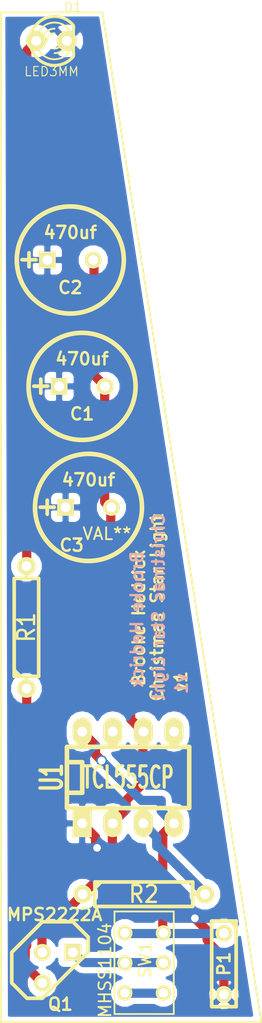
<source format=kicad_pcb>
(kicad_pcb (version 3) (host pcbnew "(2013-08-23 BZR 4296)-product")

  (general
    (links 21)
    (no_connects 0)
    (area 123.170245 51.59375 145.553501 136.980444)
    (thickness 1.6)
    (drawings 6)
    (tracks 90)
    (zones 0)
    (modules 11)
    (nets 11)
  )

  (page A4)
  (layers
    (15 F.Cu signal)
    (0 B.Cu signal)
    (16 B.Adhes user)
    (17 F.Adhes user)
    (18 B.Paste user)
    (19 F.Paste user)
    (20 B.SilkS user)
    (21 F.SilkS user)
    (22 B.Mask user)
    (23 F.Mask user)
    (24 Dwgs.User user)
    (25 Cmts.User user)
    (26 Eco1.User user)
    (27 Eco2.User user)
    (28 Edge.Cuts user)
  )

  (setup
    (last_trace_width 0.762)
    (trace_clearance 0.254)
    (zone_clearance 0.508)
    (zone_45_only no)
    (trace_min 0.254)
    (segment_width 0.2)
    (edge_width 0.1)
    (via_size 0.889)
    (via_drill 0.635)
    (via_min_size 0.889)
    (via_min_drill 0.508)
    (uvia_size 0.508)
    (uvia_drill 0.127)
    (uvias_allowed no)
    (uvia_min_size 0.508)
    (uvia_min_drill 0.127)
    (pcb_text_width 0.3)
    (pcb_text_size 1.5 1.5)
    (mod_edge_width 0.15)
    (mod_text_size 1 1)
    (mod_text_width 0.15)
    (pad_size 1.27 1.27)
    (pad_drill 0.7874)
    (pad_to_mask_clearance 0)
    (aux_axis_origin 0 0)
    (visible_elements 7FFFFF7F)
    (pcbplotparams
      (layerselection 3178497)
      (usegerberextensions true)
      (excludeedgelayer true)
      (linewidth 0.150000)
      (plotframeref false)
      (viasonmask false)
      (mode 1)
      (useauxorigin false)
      (hpglpennumber 1)
      (hpglpenspeed 20)
      (hpglpendiameter 15)
      (hpglpenoverlay 2)
      (psnegative false)
      (psa4output false)
      (plotreference true)
      (plotvalue true)
      (plotothertext true)
      (plotinvisibletext false)
      (padsonsilk false)
      (subtractmaskfromsilk false)
      (outputformat 1)
      (mirror false)
      (drillshape 0)
      (scaleselection 1)
      (outputdirectory ../gerber/))
  )

  (net 0 "")
  (net 1 GND)
  (net 2 N-000001)
  (net 3 N-0000010)
  (net 4 N-000003)
  (net 5 N-000004)
  (net 6 N-000005)
  (net 7 N-000007)
  (net 8 N-000008)
  (net 9 N-000009)
  (net 10 VCC)

  (net_class Default "This is the default net class."
    (clearance 0.254)
    (trace_width 0.762)
    (via_dia 0.889)
    (via_drill 0.635)
    (uvia_dia 0.508)
    (uvia_drill 0.127)
    (add_net "")
    (add_net GND)
    (add_net N-000001)
    (add_net N-0000010)
    (add_net N-000003)
    (add_net N-000004)
    (add_net N-000005)
    (add_net N-000007)
    (add_net N-000008)
    (add_net N-000009)
    (add_net VCC)
  )

  (module C1.5V8V (layer F.Cu) (tedit 4512B232) (tstamp 522FC084)
    (at 130.3274 83.7438)
    (path /522FB1CA)
    (fp_text reference C1 (at 0 2.286) (layer F.SilkS)
      (effects (font (size 1.016 1.016) (thickness 0.2032)))
    )
    (fp_text value 470uf (at 0 -2.286) (layer F.SilkS)
      (effects (font (size 1.016 1.016) (thickness 0.2032)))
    )
    (fp_text user + (at -3.429 -0.127) (layer F.SilkS)
      (effects (font (thickness 0.3048)))
    )
    (fp_circle (center 0 0) (end 0 4.445) (layer F.SilkS) (width 0.381))
    (pad 1 thru_hole rect (at -1.905 0) (size 1.397 1.397) (drill 0.8128)
      (layers *.Cu *.Mask F.SilkS)
      (net 1 GND)
    )
    (pad 2 thru_hole circle (at 1.905 0) (size 1.397 1.397) (drill 0.8128)
      (layers *.Cu *.Mask F.SilkS)
      (net 3 N-0000010)
    )
    (model discret/c_vert_c1v8.wrl
      (at (xyz 0 0 0))
      (scale (xyz 1.5 1.5 1))
      (rotate (xyz 0 0 0))
    )
  )

  (module C1.5V8V (layer F.Cu) (tedit 4512B232) (tstamp 522FC08C)
    (at 129.3495 73.2536)
    (path /522FB1E1)
    (fp_text reference C2 (at 0 2.286) (layer F.SilkS)
      (effects (font (size 1.016 1.016) (thickness 0.2032)))
    )
    (fp_text value 470uf (at 0 -2.286) (layer F.SilkS)
      (effects (font (size 1.016 1.016) (thickness 0.2032)))
    )
    (fp_text user + (at -3.429 -0.127) (layer F.SilkS)
      (effects (font (thickness 0.3048)))
    )
    (fp_circle (center 0 0) (end 0 4.445) (layer F.SilkS) (width 0.381))
    (pad 1 thru_hole rect (at -1.905 0) (size 1.397 1.397) (drill 0.8128)
      (layers *.Cu *.Mask F.SilkS)
      (net 1 GND)
    )
    (pad 2 thru_hole circle (at 1.905 0) (size 1.397 1.397) (drill 0.8128)
      (layers *.Cu *.Mask F.SilkS)
      (net 3 N-0000010)
    )
    (model discret/c_vert_c1v8.wrl
      (at (xyz 0 0 0))
      (scale (xyz 1.5 1.5 1))
      (rotate (xyz 0 0 0))
    )
  )

  (module C1.5V8V (layer F.Cu) (tedit 52354E1F) (tstamp 522FC094)
    (at 130.8608 93.7895)
    (path /522FB1EC)
    (fp_text reference C3 (at -1.397 3.1369) (layer F.SilkS)
      (effects (font (size 1.016 1.016) (thickness 0.2032)))
    )
    (fp_text value 470uf (at 0 -2.286) (layer F.SilkS)
      (effects (font (size 1.016 1.016) (thickness 0.2032)))
    )
    (fp_text user + (at -3.429 -0.127) (layer F.SilkS)
      (effects (font (thickness 0.3048)))
    )
    (fp_circle (center 0 0) (end 0 4.445) (layer F.SilkS) (width 0.381))
    (pad 1 thru_hole rect (at -1.905 0) (size 1.397 1.397) (drill 0.8128)
      (layers *.Cu *.Mask F.SilkS)
      (net 1 GND)
    )
    (pad 2 thru_hole circle (at 1.905 0) (size 1.397 1.397) (drill 0.8128)
      (layers *.Cu *.Mask F.SilkS)
      (net 3 N-0000010)
    )
    (model discret/c_vert_c1v8.wrl
      (at (xyz 0 0 0))
      (scale (xyz 1.5 1.5 1))
      (rotate (xyz 0 0 0))
    )
  )

  (module LED-3MM (layer F.Cu) (tedit 50ADE848) (tstamp 522FC0AD)
    (at 127.7874 55.0672)
    (descr "LED 3mm - Lead pitch 100mil (2,54mm)")
    (tags "LED led 3mm 3MM 100mil 2,54mm")
    (path /522FBE3E)
    (fp_text reference D1 (at 1.778 -2.794) (layer F.SilkS)
      (effects (font (size 0.762 0.762) (thickness 0.0889)))
    )
    (fp_text value LED3MM (at 0 2.54) (layer F.SilkS)
      (effects (font (size 0.762 0.762) (thickness 0.0889)))
    )
    (fp_line (start 1.8288 1.27) (end 1.8288 -1.27) (layer F.SilkS) (width 0.254))
    (fp_arc (start 0.254 0) (end -1.27 0) (angle 39.8) (layer F.SilkS) (width 0.1524))
    (fp_arc (start 0.254 0) (end -0.88392 1.01092) (angle 41.6) (layer F.SilkS) (width 0.1524))
    (fp_arc (start 0.254 0) (end 1.4097 -0.9906) (angle 40.6) (layer F.SilkS) (width 0.1524))
    (fp_arc (start 0.254 0) (end 1.778 0) (angle 39.8) (layer F.SilkS) (width 0.1524))
    (fp_arc (start 0.254 0) (end 0.254 -1.524) (angle 54.4) (layer F.SilkS) (width 0.1524))
    (fp_arc (start 0.254 0) (end -0.9652 -0.9144) (angle 53.1) (layer F.SilkS) (width 0.1524))
    (fp_arc (start 0.254 0) (end 1.45542 0.93472) (angle 52.1) (layer F.SilkS) (width 0.1524))
    (fp_arc (start 0.254 0) (end 0.254 1.524) (angle 52.1) (layer F.SilkS) (width 0.1524))
    (fp_arc (start 0.254 0) (end -0.381 0) (angle 90) (layer F.SilkS) (width 0.1524))
    (fp_arc (start 0.254 0) (end -0.762 0) (angle 90) (layer F.SilkS) (width 0.1524))
    (fp_arc (start 0.254 0) (end 0.889 0) (angle 90) (layer F.SilkS) (width 0.1524))
    (fp_arc (start 0.254 0) (end 1.27 0) (angle 90) (layer F.SilkS) (width 0.1524))
    (fp_arc (start 0.254 0) (end 0.254 -2.032) (angle 50.1) (layer F.SilkS) (width 0.254))
    (fp_arc (start 0.254 0) (end -1.5367 -0.95504) (angle 61.9) (layer F.SilkS) (width 0.254))
    (fp_arc (start 0.254 0) (end 1.8034 1.31064) (angle 49.7) (layer F.SilkS) (width 0.254))
    (fp_arc (start 0.254 0) (end 0.254 2.032) (angle 60.2) (layer F.SilkS) (width 0.254))
    (fp_arc (start 0.254 0) (end -1.778 0) (angle 28.3) (layer F.SilkS) (width 0.254))
    (fp_arc (start 0.254 0) (end -1.47574 1.06426) (angle 31.6) (layer F.SilkS) (width 0.254))
    (pad 1 thru_hole circle (at -1.27 0) (size 1.6764 1.6764) (drill 0.8128)
      (layers *.Cu *.Mask F.SilkS)
      (net 2 N-000001)
    )
    (pad 2 thru_hole circle (at 1.27 0) (size 1.6764 1.6764) (drill 0.8128)
      (layers *.Cu *.Mask F.SilkS)
      (net 1 GND)
    )
    (model discret/leds/led3_vertical_verde.wrl
      (at (xyz 0 0 0))
      (scale (xyz 1 1 1))
      (rotate (xyz 0 0 0))
    )
  )

  (module C2 (layer F.Cu) (tedit 200000) (tstamp 52317963)
    (at 142.113 131.6736 270)
    (descr "Condensateur = 2 pas")
    (tags C)
    (path /522FBD90)
    (fp_text reference P1 (at 0 0 270) (layer F.SilkS)
      (effects (font (size 1.016 1.016) (thickness 0.2032)))
    )
    (fp_text value CONN_2 (at 0 0 270) (layer F.SilkS) hide
      (effects (font (size 1.016 1.016) (thickness 0.2032)))
    )
    (fp_line (start -3.556 -1.016) (end 3.556 -1.016) (layer F.SilkS) (width 0.3048))
    (fp_line (start 3.556 -1.016) (end 3.556 1.016) (layer F.SilkS) (width 0.3048))
    (fp_line (start 3.556 1.016) (end -3.556 1.016) (layer F.SilkS) (width 0.3048))
    (fp_line (start -3.556 1.016) (end -3.556 -1.016) (layer F.SilkS) (width 0.3048))
    (fp_line (start -3.556 -0.508) (end -3.048 -1.016) (layer F.SilkS) (width 0.3048))
    (pad 1 thru_hole circle (at -2.54 0 270) (size 1.397 1.397) (drill 0.8128)
      (layers *.Cu *.Mask F.SilkS)
      (net 10 VCC)
    )
    (pad 2 thru_hole circle (at 2.54 0 270) (size 1.397 1.397) (drill 0.8128)
      (layers *.Cu *.Mask F.SilkS)
      (net 1 GND)
    )
    (model discret/capa_2pas_5x5mm.wrl
      (at (xyz 0 0 0))
      (scale (xyz 1 1 1))
      (rotate (xyz 0 0 0))
    )
  )

  (module TO92 (layer F.Cu) (tedit 523548DF) (tstamp 52354859)
    (at 128.2954 131.9911)
    (descr "Transistor TO92 brochage type BC237")
    (tags "TR TO92")
    (path /522FBC9D)
    (fp_text reference Q1 (at 0.2286 3.0353) (layer F.SilkS)
      (effects (font (size 1.016 1.016) (thickness 0.2032)))
    )
    (fp_text value MPS2222A (at -0.254 -4.4069) (layer F.SilkS)
      (effects (font (size 1.016 1.016) (thickness 0.2032)))
    )
    (fp_line (start -1.27 2.54) (end 2.54 -1.27) (layer F.SilkS) (width 0.3048))
    (fp_line (start 2.54 -1.27) (end 2.54 -2.54) (layer F.SilkS) (width 0.3048))
    (fp_line (start 2.54 -2.54) (end 1.27 -3.81) (layer F.SilkS) (width 0.3048))
    (fp_line (start 1.27 -3.81) (end -1.27 -3.81) (layer F.SilkS) (width 0.3048))
    (fp_line (start -1.27 -3.81) (end -3.81 -1.27) (layer F.SilkS) (width 0.3048))
    (fp_line (start -3.81 -1.27) (end -3.81 1.27) (layer F.SilkS) (width 0.3048))
    (fp_line (start -3.81 1.27) (end -2.54 2.54) (layer F.SilkS) (width 0.3048))
    (fp_line (start -2.54 2.54) (end -1.27 2.54) (layer F.SilkS) (width 0.3048))
    (pad 1 thru_hole rect (at 1.27 -1.27) (size 1.397 1.397) (drill 0.8128)
      (layers *.Cu *.Mask F.SilkS)
      (net 6 N-000005)
    )
    (pad 2 thru_hole circle (at -1.27 -1.27) (size 1.397 1.397) (drill 0.8128)
      (layers *.Cu *.Mask F.SilkS)
      (net 3 N-0000010)
    )
    (pad 3 thru_hole circle (at -1.27 1.27) (size 1.397 1.397) (drill 0.8128)
      (layers *.Cu *.Mask F.SilkS)
      (net 5 N-000004)
    )
    (model discret/to98.wrl
      (at (xyz 0 0 0))
      (scale (xyz 1 1 1))
      (rotate (xyz 0 0 0))
    )
  )

  (module R4 (layer F.Cu) (tedit 200000) (tstamp 522FC0D5)
    (at 125.7046 103.7463 90)
    (descr "Resitance 4 pas")
    (tags R)
    (path /522FBE09)
    (autoplace_cost180 10)
    (fp_text reference R1 (at 0 0 90) (layer F.SilkS)
      (effects (font (size 1.397 1.27) (thickness 0.2032)))
    )
    (fp_text value 220 (at 0 0 90) (layer F.SilkS) hide
      (effects (font (size 1.397 1.27) (thickness 0.2032)))
    )
    (fp_line (start -5.08 0) (end -4.064 0) (layer F.SilkS) (width 0.3048))
    (fp_line (start -4.064 0) (end -4.064 -1.016) (layer F.SilkS) (width 0.3048))
    (fp_line (start -4.064 -1.016) (end 4.064 -1.016) (layer F.SilkS) (width 0.3048))
    (fp_line (start 4.064 -1.016) (end 4.064 1.016) (layer F.SilkS) (width 0.3048))
    (fp_line (start 4.064 1.016) (end -4.064 1.016) (layer F.SilkS) (width 0.3048))
    (fp_line (start -4.064 1.016) (end -4.064 0) (layer F.SilkS) (width 0.3048))
    (fp_line (start -4.064 -0.508) (end -3.556 -1.016) (layer F.SilkS) (width 0.3048))
    (fp_line (start 5.08 0) (end 4.064 0) (layer F.SilkS) (width 0.3048))
    (pad 1 thru_hole circle (at -5.08 0 90) (size 1.524 1.524) (drill 0.8128)
      (layers *.Cu *.Mask F.SilkS)
      (net 5 N-000004)
    )
    (pad 2 thru_hole circle (at 5.08 0 90) (size 1.524 1.524) (drill 0.8128)
      (layers *.Cu *.Mask F.SilkS)
      (net 2 N-000001)
    )
    (model discret/resistor.wrl
      (at (xyz 0 0 0))
      (scale (xyz 0.4 0.4 0.4))
      (rotate (xyz 0 0 0))
    )
  )

  (module R4 (layer F.Cu) (tedit 200000) (tstamp 522FC0E3)
    (at 135.4582 125.8951)
    (descr "Resitance 4 pas")
    (tags R)
    (path /522FBDF7)
    (autoplace_cost180 10)
    (fp_text reference R2 (at 0 0) (layer F.SilkS)
      (effects (font (size 1.397 1.27) (thickness 0.2032)))
    )
    (fp_text value 5.1K (at 0 0) (layer F.SilkS) hide
      (effects (font (size 1.397 1.27) (thickness 0.2032)))
    )
    (fp_line (start -5.08 0) (end -4.064 0) (layer F.SilkS) (width 0.3048))
    (fp_line (start -4.064 0) (end -4.064 -1.016) (layer F.SilkS) (width 0.3048))
    (fp_line (start -4.064 -1.016) (end 4.064 -1.016) (layer F.SilkS) (width 0.3048))
    (fp_line (start 4.064 -1.016) (end 4.064 1.016) (layer F.SilkS) (width 0.3048))
    (fp_line (start 4.064 1.016) (end -4.064 1.016) (layer F.SilkS) (width 0.3048))
    (fp_line (start -4.064 1.016) (end -4.064 0) (layer F.SilkS) (width 0.3048))
    (fp_line (start -4.064 -0.508) (end -3.556 -1.016) (layer F.SilkS) (width 0.3048))
    (fp_line (start 5.08 0) (end 4.064 0) (layer F.SilkS) (width 0.3048))
    (pad 1 thru_hole circle (at -5.08 0) (size 1.524 1.524) (drill 0.8128)
      (layers *.Cu *.Mask F.SilkS)
      (net 3 N-0000010)
    )
    (pad 2 thru_hole circle (at 5.08 0) (size 1.524 1.524) (drill 0.8128)
      (layers *.Cu *.Mask F.SilkS)
      (net 4 N-000003)
    )
    (model discret/resistor.wrl
      (at (xyz 0 0 0))
      (scale (xyz 0.4 0.4 0.4))
      (rotate (xyz 0 0 0))
    )
  )

  (module DIP-8__300_ELL (layer F.Cu) (tedit 200000) (tstamp 522FC0F6)
    (at 134.1501 116.205)
    (descr "8 pins DIL package, elliptical pads")
    (tags DIL)
    (path /522FBD26)
    (fp_text reference U1 (at -6.35 0 90) (layer F.SilkS)
      (effects (font (size 1.778 1.143) (thickness 0.3048)))
    )
    (fp_text value TCL555CP (at 0 0) (layer F.SilkS)
      (effects (font (size 1.778 1.016) (thickness 0.3048)))
    )
    (fp_line (start -5.08 -1.27) (end -3.81 -1.27) (layer F.SilkS) (width 0.381))
    (fp_line (start -3.81 -1.27) (end -3.81 1.27) (layer F.SilkS) (width 0.381))
    (fp_line (start -3.81 1.27) (end -5.08 1.27) (layer F.SilkS) (width 0.381))
    (fp_line (start -5.08 -2.54) (end 5.08 -2.54) (layer F.SilkS) (width 0.381))
    (fp_line (start 5.08 -2.54) (end 5.08 2.54) (layer F.SilkS) (width 0.381))
    (fp_line (start 5.08 2.54) (end -5.08 2.54) (layer F.SilkS) (width 0.381))
    (fp_line (start -5.08 2.54) (end -5.08 -2.54) (layer F.SilkS) (width 0.381))
    (pad 1 thru_hole rect (at -3.81 3.81) (size 1.5748 2.286) (drill 0.8128)
      (layers *.Cu *.Mask F.SilkS)
      (net 1 GND)
    )
    (pad 2 thru_hole oval (at -1.27 3.81) (size 1.5748 2.286) (drill 0.8128)
      (layers *.Cu *.Mask F.SilkS)
      (net 3 N-0000010)
    )
    (pad 3 thru_hole oval (at 1.27 3.81) (size 1.5748 2.286) (drill 0.8128)
      (layers *.Cu *.Mask F.SilkS)
      (net 4 N-000003)
    )
    (pad 4 thru_hole oval (at 3.81 3.81) (size 1.5748 2.286) (drill 0.8128)
      (layers *.Cu *.Mask F.SilkS)
      (net 10 VCC)
    )
    (pad 5 thru_hole oval (at 3.81 -3.81) (size 1.5748 2.286) (drill 0.8128)
      (layers *.Cu *.Mask F.SilkS)
      (net 7 N-000007)
    )
    (pad 6 thru_hole oval (at 1.27 -3.81) (size 1.5748 2.286) (drill 0.8128)
      (layers *.Cu *.Mask F.SilkS)
      (net 3 N-0000010)
    )
    (pad 7 thru_hole oval (at -1.27 -3.81) (size 1.5748 2.286) (drill 0.8128)
      (layers *.Cu *.Mask F.SilkS)
      (net 9 N-000009)
    )
    (pad 8 thru_hole oval (at -3.81 -3.81) (size 1.5748 2.286) (drill 0.8128)
      (layers *.Cu *.Mask F.SilkS)
      (net 10 VCC)
    )
    (model dil/dil_8.wrl
      (at (xyz 0 0 0))
      (scale (xyz 1 1 1))
      (rotate (xyz 0 0 0))
    )
  )

  (module ChristmasStarBoardEdge (layer F.Cu) (tedit 52354E18) (tstamp 5231780F)
    (at 130.2385 95.504)
    (fp_text reference "" (at 0 0) (layer F.SilkS)
      (effects (font (size 1 1) (thickness 0.15)))
    )
    (fp_text value VAL** (at 2.159 0.4699) (layer F.SilkS)
      (effects (font (size 1 1) (thickness 0.15)))
    )
    (fp_line (start 14.986 41.021) (end -6.6548 41.021) (layer F.SilkS) (width 0.15))
    (fp_line (start -6.6548 41.021) (end -6.6548 -42.799) (layer F.SilkS) (width 0.15))
    (fp_line (start -6.6548 -42.799) (end 1.778 -42.799) (layer F.SilkS) (width 0.15))
    (fp_line (start 1.778 -42.799) (end 14.986 41.021) (layer F.SilkS) (width 0.15))
  )

  (module MHSS1104_MICROSWITCH_SPDT (layer F.Cu) (tedit 523548EC) (tstamp 5235481E)
    (at 135.4836 131.4958 270)
    (path /523530BD)
    (fp_text reference SW1 (at -0.1651 -0.0762 270) (layer F.SilkS)
      (effects (font (size 1 1) (thickness 0.15)))
    )
    (fp_text value MHSS1104 (at 0.7112 3.2512 270) (layer F.SilkS)
      (effects (font (size 1 1) (thickness 0.15)))
    )
    (fp_line (start -4.1656 -2.4638) (end 4.3434 -2.4638) (layer F.SilkS) (width 0.15))
    (fp_line (start 4.3434 -2.4638) (end 4.3434 2.4638) (layer F.SilkS) (width 0.15))
    (fp_line (start 4.3434 2.4638) (end -4.1656 2.4638) (layer F.SilkS) (width 0.15))
    (fp_line (start -4.1656 2.4638) (end -4.1656 -2.4638) (layer F.SilkS) (width 0.15))
    (pad 1 thru_hole circle (at -2.3876 -1.6002 270) (size 1.27 1.27) (drill 0.7874)
      (layers *.Cu *.Mask F.SilkS)
      (net 10 VCC)
      (clearance 0.127)
    )
    (pad 3 thru_hole circle (at 0.1016 -1.6002 270) (size 1.27 1.27) (drill 0.7874)
      (layers *.Cu *.Mask F.SilkS)
      (net 6 N-000005)
      (clearance 0.127)
    )
    (pad 2 thru_hole circle (at 2.5908 -1.6002 270) (size 1.27 1.27) (drill 0.7874)
      (layers *.Cu *.Mask F.SilkS)
      (net 8 N-000008)
      (clearance 0.127)
    )
    (pad 1 thru_hole circle (at -2.3876 1.6002 270) (size 1.27 1.27) (drill 0.7874)
      (layers *.Cu *.Mask F.SilkS)
      (net 10 VCC)
      (clearance 0.127)
    )
    (pad 3 thru_hole circle (at 0.1016 1.6002 270) (size 1.27 1.27) (drill 0.7874)
      (layers *.Cu *.Mask F.SilkS)
      (net 6 N-000005)
      (clearance 0.127)
    )
    (pad 2 thru_hole circle (at 2.5908 1.6002 270) (size 1.27 1.27) (drill 0.7874)
      (layers *.Cu *.Mask F.SilkS)
      (net 8 N-000008)
      (clearance 0.127)
    )
  )

  (gr_text v1 (at 138.5316 108.2421 90) (layer F.SilkS)
    (effects (font (size 0.992 0.992) (thickness 0.1972)))
  )
  (gr_text v1 (at 138.5824 108.4072 90) (layer B.SilkS)
    (effects (font (size 0.992 0.992) (thickness 0.1972)) (justify mirror))
  )
  (gr_text "Christmas Star Light" (at 136.6774 102.0318 90) (layer B.SilkS)
    (effects (font (size 0.992 0.992) (thickness 0.1972)) (justify mirror))
  )
  (gr_text "Brooke Hedrick" (at 134.8867 103.0986 90) (layer B.SilkS) (tstamp 523179B7)
    (effects (font (size 0.992 0.992) (thickness 0.1972)) (justify mirror))
  )
  (gr_text "Christmas Star Light" (at 136.5504 102.108 90) (layer F.SilkS)
    (effects (font (size 0.992 0.992) (thickness 0.1972)))
  )
  (gr_text "Brooke Hedrick" (at 135.0391 102.9462 90) (layer F.SilkS)
    (effects (font (size 0.992 0.992) (thickness 0.1972)))
  )

  (segment (start 130.3401 120.015) (end 130.302 120.015) (width 0.762) (layer F.Cu) (net 1) (status 80000))
  (segment (start 130.302 120.015) (end 131.445 121.158) (width 0.762) (layer F.Cu) (net 1) (status 80000))
  (segment (start 131.445 121.158) (end 131.445 121.92) (width 0.762) (layer F.Cu) (net 1) (status 80000))
  (segment (start 131.445 121.92) (end 131.572 122.047) (width 0.762) (layer F.Cu) (net 1) (status 80000))
  (via (at 131.572 122.047) (size 0.889) (layers F.Cu B.Cu) (net 1) (status 80000))
  (segment (start 131.572 122.047) (end 137.287 127.762) (width 0.762) (layer B.Cu) (net 1) (status 80000))
  (segment (start 137.287 127.762) (end 137.541 127.762) (width 0.762) (layer B.Cu) (net 1) (status 80000))
  (segment (start 137.541 127.762) (end 137.668 127.889) (width 0.762) (layer B.Cu) (net 1) (status 80000))
  (segment (start 137.668 127.889) (end 139.7 127.889) (width 0.762) (layer B.Cu) (net 1) (status 80000))
  (via (at 139.7 127.889) (size 0.889) (layers F.Cu B.Cu) (net 1) (status 80000))
  (segment (start 139.7 127.889) (end 140.716 128.905) (width 0.762) (layer F.Cu) (net 1) (status 80000))
  (segment (start 140.716 128.905) (end 140.716 129.667) (width 0.762) (layer F.Cu) (net 1) (status 80000))
  (segment (start 140.716 129.667) (end 140.843 129.794) (width 0.762) (layer F.Cu) (net 1) (status 80000))
  (segment (start 140.843 129.794) (end 140.843 129.921) (width 0.762) (layer F.Cu) (net 1) (status 80000))
  (segment (start 140.843 129.921) (end 142.113 131.191) (width 0.762) (layer F.Cu) (net 1) (status 80000))
  (segment (start 142.113 131.191) (end 142.113 134.2136) (width 0.762) (layer F.Cu) (net 1) (status 80000))
  (segment (start 126.5174 55.0672) (end 126.492 55.118) (width 0.762) (layer F.Cu) (net 2) (status 80000))
  (segment (start 126.492 55.118) (end 125.73 55.88) (width 0.762) (layer F.Cu) (net 2) (status 80000))
  (segment (start 125.73 55.88) (end 125.73 98.679) (width 0.762) (layer F.Cu) (net 2) (status 80000))
  (segment (start 125.73 98.679) (end 125.7046 98.6663) (width 0.762) (layer F.Cu) (net 2) (tstamp 523548CC) (status 80000))
  (segment (start 135.4201 112.395) (end 135.382 112.395) (width 0.762) (layer F.Cu) (net 3) (status 80000))
  (segment (start 135.382 112.395) (end 134.366 111.379) (width 0.762) (layer F.Cu) (net 3) (status 80000))
  (segment (start 134.366 111.379) (end 134.366 110.49) (width 0.762) (layer F.Cu) (net 3) (status 80000))
  (segment (start 134.366 110.49) (end 132.715 108.839) (width 0.762) (layer F.Cu) (net 3) (status 80000))
  (segment (start 132.715 108.839) (end 132.715 93.853) (width 0.762) (layer F.Cu) (net 3) (status 80000))
  (segment (start 132.715 93.853) (end 132.7658 93.7895) (width 0.762) (layer F.Cu) (net 3) (tstamp 523548C8) (status 80000))
  (segment (start 130.3782 125.8951) (end 130.429 125.857) (width 0.762) (layer F.Cu) (net 3) (status 80000))
  (segment (start 130.429 125.857) (end 127 129.286) (width 0.762) (layer F.Cu) (net 3) (status 80000))
  (segment (start 127 129.286) (end 127 130.683) (width 0.762) (layer F.Cu) (net 3) (status 80000))
  (segment (start 127 130.683) (end 127.0254 130.7211) (width 0.762) (layer F.Cu) (net 3) (tstamp 523548C7) (status 80000))
  (segment (start 132.8801 120.015) (end 132.842 120.015) (width 0.762) (layer F.Cu) (net 3) (status 80000))
  (segment (start 132.842 120.015) (end 133.985 118.872) (width 0.762) (layer F.Cu) (net 3) (status 80000))
  (segment (start 133.985 118.872) (end 133.985 118.11) (width 0.762) (layer F.Cu) (net 3) (status 80000))
  (segment (start 133.985 118.11) (end 135.382 116.713) (width 0.762) (layer F.Cu) (net 3) (status 80000))
  (segment (start 135.382 116.713) (end 135.382 112.395) (width 0.762) (layer F.Cu) (net 3) (status 80000))
  (segment (start 135.382 112.395) (end 135.4201 112.395) (width 0.762) (layer F.Cu) (net 3) (tstamp 523548C6) (status 80000))
  (segment (start 130.3782 125.8951) (end 130.429 125.857) (width 0.762) (layer F.Cu) (net 3) (status 80000))
  (segment (start 130.429 125.857) (end 132.842 123.444) (width 0.762) (layer F.Cu) (net 3) (status 80000))
  (segment (start 132.842 123.444) (end 132.842 120.015) (width 0.762) (layer F.Cu) (net 3) (status 80000))
  (segment (start 132.842 120.015) (end 132.8801 120.015) (width 0.762) (layer F.Cu) (net 3) (tstamp 523548C5) (status 80000))
  (segment (start 132.2324 83.7438) (end 132.207 83.693) (width 0.762) (layer F.Cu) (net 3) (status 80000))
  (segment (start 132.207 83.693) (end 131.318 82.804) (width 0.762) (layer F.Cu) (net 3) (status 80000))
  (segment (start 131.318 82.804) (end 131.318 73.279) (width 0.762) (layer F.Cu) (net 3) (status 80000))
  (segment (start 131.318 73.279) (end 131.2545 73.2536) (width 0.762) (layer F.Cu) (net 3) (tstamp 523548C4) (status 80000))
  (segment (start 132.7658 93.7895) (end 132.715 93.853) (width 0.762) (layer F.Cu) (net 3) (status 80000))
  (segment (start 132.715 93.853) (end 132.207 93.345) (width 0.762) (layer F.Cu) (net 3) (status 80000))
  (segment (start 132.207 93.345) (end 132.207 83.693) (width 0.762) (layer F.Cu) (net 3) (status 80000))
  (segment (start 132.207 83.693) (end 132.2324 83.7438) (width 0.762) (layer F.Cu) (net 3) (tstamp 523548C2) (status 80000))
  (segment (start 140.5382 125.8951) (end 140.589 125.857) (width 0.762) (layer B.Cu) (net 4) (status 80000))
  (segment (start 140.589 125.857) (end 136.652 121.92) (width 0.762) (layer B.Cu) (net 4) (status 80000))
  (segment (start 136.652 121.92) (end 136.525 121.92) (width 0.762) (layer B.Cu) (net 4) (status 80000))
  (segment (start 136.525 121.92) (end 136.525 121.158) (width 0.762) (layer B.Cu) (net 4) (status 80000))
  (segment (start 136.525 121.158) (end 135.382 120.015) (width 0.762) (layer B.Cu) (net 4) (status 80000))
  (segment (start 135.382 120.015) (end 135.4201 120.015) (width 0.762) (layer B.Cu) (net 4) (tstamp 523548CA) (status 80000))
  (segment (start 127.0254 133.2611) (end 127 133.223) (width 0.762) (layer F.Cu) (net 5) (status 80000))
  (segment (start 127 133.223) (end 125.603 131.826) (width 0.762) (layer F.Cu) (net 5) (status 80000))
  (segment (start 125.603 131.826) (end 125.603 130.302) (width 0.762) (layer F.Cu) (net 5) (status 80000))
  (segment (start 125.603 130.302) (end 125.73 130.175) (width 0.762) (layer F.Cu) (net 5) (status 80000))
  (segment (start 125.73 130.175) (end 125.73 108.839) (width 0.762) (layer F.Cu) (net 5) (status 80000))
  (segment (start 125.73 108.839) (end 125.7046 108.8263) (width 0.762) (layer F.Cu) (net 5) (tstamp 523548C9) (status 80000))
  (segment (start 129.5654 130.7211) (end 129.54 130.683) (width 0.762) (layer B.Cu) (net 6) (status 80000))
  (segment (start 129.54 130.683) (end 130.429 131.572) (width 0.762) (layer B.Cu) (net 6) (status 80000))
  (segment (start 130.429 131.572) (end 133.858 131.572) (width 0.762) (layer B.Cu) (net 6) (status 80000))
  (segment (start 133.858 131.572) (end 133.8834 131.5974) (width 0.762) (layer B.Cu) (net 6) (tstamp 523548C1) (status 80000))
  (segment (start 133.8834 131.5974) (end 133.858 131.572) (width 0.762) (layer B.Cu) (net 6) (status 80000))
  (segment (start 133.858 131.572) (end 137.033 131.572) (width 0.762) (layer B.Cu) (net 6) (status 80000))
  (segment (start 137.033 131.572) (end 137.0838 131.5974) (width 0.762) (layer B.Cu) (net 6) (tstamp 523548BE) (status 80000))
  (segment (start 137.0838 134.0866) (end 137.033 134.112) (width 0.762) (layer B.Cu) (net 8) (status 80000))
  (segment (start 137.033 134.112) (end 133.858 134.112) (width 0.762) (layer B.Cu) (net 8) (status 80000))
  (segment (start 133.858 134.112) (end 133.8834 134.0866) (width 0.762) (layer B.Cu) (net 8) (tstamp 523548BF) (status 80000))
  (segment (start 130.3401 112.395) (end 130.302 112.395) (width 0.762) (layer F.Cu) (net 10) (status 80000))
  (segment (start 130.302 112.395) (end 131.445 113.538) (width 0.762) (layer F.Cu) (net 10) (status 80000))
  (segment (start 131.445 113.538) (end 131.445 114.3) (width 0.762) (layer F.Cu) (net 10) (status 80000))
  (segment (start 131.445 114.3) (end 131.953 114.808) (width 0.762) (layer F.Cu) (net 10) (status 80000))
  (via (at 131.953 114.808) (size 0.889) (layers F.Cu B.Cu) (net 10) (status 80000))
  (segment (start 131.953 114.808) (end 135.255 118.11) (width 0.762) (layer B.Cu) (net 10) (status 80000))
  (segment (start 135.255 118.11) (end 136.906 118.11) (width 0.762) (layer B.Cu) (net 10) (status 80000))
  (segment (start 136.906 118.11) (end 136.906 118.999) (width 0.762) (layer B.Cu) (net 10) (status 80000))
  (segment (start 136.906 118.999) (end 137.922 120.015) (width 0.762) (layer B.Cu) (net 10) (status 80000))
  (segment (start 137.922 120.015) (end 137.9601 120.015) (width 0.762) (layer B.Cu) (net 10) (tstamp 523548CB) (status 80000))
  (segment (start 137.9601 120.015) (end 137.922 120.015) (width 0.762) (layer F.Cu) (net 10) (status 80000))
  (segment (start 137.922 120.015) (end 137.033 120.904) (width 0.762) (layer F.Cu) (net 10) (status 80000))
  (segment (start 137.033 120.904) (end 137.033 129.159) (width 0.762) (layer F.Cu) (net 10) (status 80000))
  (segment (start 137.033 129.159) (end 137.0838 129.1082) (width 0.762) (layer F.Cu) (net 10) (tstamp 523548C3) (status 80000))
  (segment (start 137.0838 129.1082) (end 137.033 129.159) (width 0.762) (layer B.Cu) (net 10) (status 80000))
  (segment (start 137.033 129.159) (end 142.113 129.159) (width 0.762) (layer B.Cu) (net 10) (status 80000))
  (segment (start 142.113 129.159) (end 142.113 129.1336) (width 0.762) (layer B.Cu) (net 10) (tstamp 523548C0) (status 80000))
  (segment (start 137.0838 129.1082) (end 137.033 129.159) (width 0.762) (layer B.Cu) (net 10) (status 80000))
  (segment (start 137.033 129.159) (end 133.858 129.159) (width 0.762) (layer B.Cu) (net 10) (status 80000))
  (segment (start 133.858 129.159) (end 133.8834 129.1082) (width 0.762) (layer B.Cu) (net 10) (tstamp 523548BD) (status 80000))

  (zone (net 1) (net_name GND) (layer B.Cu) (tstamp 523178D1) (hatch edge 0.508)
    (connect_pads (clearance 0.508))
    (min_thickness 0.254)
    (fill (arc_segments 16) (thermal_gap 0.508) (thermal_bridge_width 0.508))
    (polygon
      (pts
        (xy 124.1679 136.0678) (xy 144.5641 136.0678) (xy 131.7498 53.0352) (xy 123.952 53.0606)
      )
    )
    (filled_polygon
      (pts
        (xy 144.415997 135.9408) (xy 143.458927 135.9408) (xy 143.458927 134.40612) (xy 143.430148 133.876401) (xy 143.2828 133.520671)
        (xy 143.047188 133.459017) (xy 142.867583 133.638622) (xy 142.867583 133.279412) (xy 142.805929 133.0438) (xy 142.30552 132.867673)
        (xy 141.775801 132.896452) (xy 141.420071 133.0438) (xy 141.358417 133.279412) (xy 142.113 134.033995) (xy 142.867583 133.279412)
        (xy 142.867583 133.638622) (xy 142.292605 134.2136) (xy 143.047188 134.968183) (xy 143.2828 134.906529) (xy 143.458927 134.40612)
        (xy 143.458927 135.9408) (xy 142.867583 135.9408) (xy 142.867583 135.147788) (xy 142.113 134.393205) (xy 141.933395 134.57281)
        (xy 141.933395 134.2136) (xy 141.178812 133.459017) (xy 140.9432 133.520671) (xy 140.767073 134.02108) (xy 140.795852 134.550799)
        (xy 140.9432 134.906529) (xy 141.178812 134.968183) (xy 141.933395 134.2136) (xy 141.933395 134.57281) (xy 141.358417 135.147788)
        (xy 141.420071 135.3834) (xy 141.92048 135.559527) (xy 142.450199 135.530748) (xy 142.805929 135.3834) (xy 142.867583 135.147788)
        (xy 142.867583 135.9408) (xy 124.29457 135.9408) (xy 124.07933 53.187186) (xy 131.640951 53.162555) (xy 143.25194 128.398084)
        (xy 143.244146 128.37922) (xy 142.869353 128.003773) (xy 142.379413 127.800332) (xy 141.935442 127.799944) (xy 141.935442 125.618439)
        (xy 141.72321 125.104797) (xy 141.33057 124.711471) (xy 140.8173 124.498343) (xy 140.667052 124.498211) (xy 137.990605 121.821765)
        (xy 138.504429 121.719559) (xy 138.965889 121.411222) (xy 139.274226 120.949762) (xy 139.3825 120.405433) (xy 139.3825 119.624567)
        (xy 139.274226 119.080238) (xy 138.965889 118.618778) (xy 138.504429 118.310441) (xy 137.9601 118.202167) (xy 137.922 118.209745)
        (xy 137.922 118.11) (xy 137.844662 117.721194) (xy 137.62442 117.39158) (xy 137.294806 117.171338) (xy 136.906 117.094)
        (xy 135.67584 117.094) (xy 132.931735 114.349895) (xy 132.872404 114.206302) (xy 132.8801 114.207833) (xy 133.424429 114.099559)
        (xy 133.885889 113.791222) (xy 134.1501 113.395801) (xy 134.414311 113.791222) (xy 134.875771 114.099559) (xy 135.4201 114.207833)
        (xy 135.964429 114.099559) (xy 136.425889 113.791222) (xy 136.6901 113.395801) (xy 136.954311 113.791222) (xy 137.415771 114.099559)
        (xy 137.9601 114.207833) (xy 138.504429 114.099559) (xy 138.965889 113.791222) (xy 139.274226 113.329762) (xy 139.3825 112.785433)
        (xy 139.3825 112.004567) (xy 139.274226 111.460238) (xy 138.965889 110.998778) (xy 138.504429 110.690441) (xy 137.9601 110.582167)
        (xy 137.415771 110.690441) (xy 136.954311 110.998778) (xy 136.6901 111.394198) (xy 136.425889 110.998778) (xy 135.964429 110.690441)
        (xy 135.4201 110.582167) (xy 134.875771 110.690441) (xy 134.414311 110.998778) (xy 134.1501 111.394198) (xy 134.099531 111.318516)
        (xy 134.099531 93.525414) (xy 133.896946 93.03512) (xy 133.566131 92.703727) (xy 133.566131 83.479714) (xy 133.363546 82.98942)
        (xy 132.988753 82.613973) (xy 132.588231 82.447661) (xy 132.588231 72.989514) (xy 132.385646 72.49922) (xy 132.010853 72.123773)
        (xy 131.520913 71.920332) (xy 130.990414 71.919869) (xy 130.542377 72.104993) (xy 130.542377 55.293103) (xy 130.515789 54.707631)
        (xy 130.34289 54.290217) (xy 130.092813 54.211392) (xy 129.913208 54.390997) (xy 129.913208 54.031787) (xy 129.834383 53.78171)
        (xy 129.283303 53.582223) (xy 128.697831 53.608811) (xy 128.280417 53.78171) (xy 128.201592 54.031787) (xy 129.0574 54.887595)
        (xy 129.913208 54.031787) (xy 129.913208 54.390997) (xy 129.237005 55.0672) (xy 130.092813 55.923008) (xy 130.34289 55.844183)
        (xy 130.542377 55.293103) (xy 130.542377 72.104993) (xy 130.50012 72.122454) (xy 130.124673 72.497247) (xy 129.921232 72.987187)
        (xy 129.920769 73.517686) (xy 130.123354 74.00798) (xy 130.498147 74.383427) (xy 130.988087 74.586868) (xy 131.518586 74.587331)
        (xy 132.00888 74.384746) (xy 132.384327 74.009953) (xy 132.587768 73.520013) (xy 132.588231 72.989514) (xy 132.588231 82.447661)
        (xy 132.498813 82.410532) (xy 131.968314 82.410069) (xy 131.47802 82.612654) (xy 131.102573 82.987447) (xy 130.899132 83.477387)
        (xy 130.898669 84.007886) (xy 131.101254 84.49818) (xy 131.476047 84.873627) (xy 131.965987 85.077068) (xy 132.496486 85.077531)
        (xy 132.98678 84.874946) (xy 133.362227 84.500153) (xy 133.565668 84.010213) (xy 133.566131 83.479714) (xy 133.566131 92.703727)
        (xy 133.522153 92.659673) (xy 133.032213 92.456232) (xy 132.501714 92.455769) (xy 132.01142 92.658354) (xy 131.635973 93.033147)
        (xy 131.432532 93.523087) (xy 131.432069 94.053586) (xy 131.634654 94.54388) (xy 132.009447 94.919327) (xy 132.499387 95.122768)
        (xy 133.029886 95.123231) (xy 133.52018 94.920646) (xy 133.895627 94.545853) (xy 134.099068 94.055913) (xy 134.099531 93.525414)
        (xy 134.099531 111.318516) (xy 133.885889 110.998778) (xy 133.424429 110.690441) (xy 132.8801 110.582167) (xy 132.335771 110.690441)
        (xy 131.874311 110.998778) (xy 131.6101 111.394198) (xy 131.345889 110.998778) (xy 130.884429 110.690441) (xy 130.3401 110.582167)
        (xy 130.2893 110.592271) (xy 130.2893 94.61431) (xy 130.2893 94.361691) (xy 130.2893 94.07525) (xy 130.2893 93.50375)
        (xy 130.2893 93.217309) (xy 130.2893 92.96469) (xy 130.192627 92.731301) (xy 130.013998 92.552673) (xy 129.913208 92.510924)
        (xy 129.913208 56.102613) (xy 129.0574 55.246805) (xy 128.877795 55.42641) (xy 128.877795 55.0672) (xy 128.021987 54.211392)
        (xy 127.788236 54.28507) (xy 127.767047 54.233789) (xy 127.352991 53.81901) (xy 126.811723 53.594256) (xy 126.225648 53.593745)
        (xy 125.683989 53.817553) (xy 125.26921 54.231609) (xy 125.044456 54.772877) (xy 125.043945 55.358952) (xy 125.267753 55.900611)
        (xy 125.681809 56.31539) (xy 126.223077 56.540144) (xy 126.809152 56.540655) (xy 127.350811 56.316847) (xy 127.76559 55.902791)
        (xy 127.787841 55.849204) (xy 128.021987 55.923008) (xy 128.877795 55.0672) (xy 128.877795 55.42641) (xy 128.201592 56.102613)
        (xy 128.280417 56.35269) (xy 128.831497 56.552177) (xy 129.416969 56.525589) (xy 129.834383 56.35269) (xy 129.913208 56.102613)
        (xy 129.913208 92.510924) (xy 129.780609 92.456) (xy 129.7559 92.456) (xy 129.7559 84.56861) (xy 129.7559 84.315991)
        (xy 129.7559 84.02955) (xy 129.7559 83.45805) (xy 129.7559 83.171609) (xy 129.7559 82.91899) (xy 129.659227 82.685601)
        (xy 129.480598 82.506973) (xy 129.247209 82.4103) (xy 128.778 82.4103) (xy 128.778 74.07841) (xy 128.778 73.825791)
        (xy 128.778 73.53935) (xy 128.778 72.96785) (xy 128.778 72.681409) (xy 128.778 72.42879) (xy 128.681327 72.195401)
        (xy 128.502698 72.016773) (xy 128.269309 71.9201) (xy 127.73025 71.9201) (xy 127.5715 72.07885) (xy 127.5715 73.1266)
        (xy 128.61925 73.1266) (xy 128.778 72.96785) (xy 128.778 73.53935) (xy 128.61925 73.3806) (xy 127.5715 73.3806)
        (xy 127.5715 74.42835) (xy 127.73025 74.5871) (xy 128.269309 74.5871) (xy 128.502698 74.490427) (xy 128.681327 74.311799)
        (xy 128.778 74.07841) (xy 128.778 82.4103) (xy 128.70815 82.4103) (xy 128.5494 82.56905) (xy 128.5494 83.6168)
        (xy 129.59715 83.6168) (xy 129.7559 83.45805) (xy 129.7559 84.02955) (xy 129.59715 83.8708) (xy 128.5494 83.8708)
        (xy 128.5494 84.91855) (xy 128.70815 85.0773) (xy 129.247209 85.0773) (xy 129.480598 84.980627) (xy 129.659227 84.801999)
        (xy 129.7559 84.56861) (xy 129.7559 92.456) (xy 129.24155 92.456) (xy 129.0828 92.61475) (xy 129.0828 93.6625)
        (xy 130.13055 93.6625) (xy 130.2893 93.50375) (xy 130.2893 94.07525) (xy 130.13055 93.9165) (xy 129.0828 93.9165)
        (xy 129.0828 94.96425) (xy 129.24155 95.123) (xy 129.780609 95.123) (xy 130.013998 95.026327) (xy 130.192627 94.847699)
        (xy 130.2893 94.61431) (xy 130.2893 110.592271) (xy 129.795771 110.690441) (xy 129.334311 110.998778) (xy 129.025974 111.460238)
        (xy 128.9177 112.004567) (xy 128.9177 112.785433) (xy 129.025974 113.329762) (xy 129.334311 113.791222) (xy 129.795771 114.099559)
        (xy 130.3401 114.207833) (xy 130.884429 114.099559) (xy 131.345889 113.791222) (xy 131.6101 113.395801) (xy 131.83233 113.728394)
        (xy 131.739216 113.728313) (xy 131.342311 113.892311) (xy 131.038378 114.195714) (xy 130.873687 114.592332) (xy 130.873313 115.021784)
        (xy 131.037311 115.418689) (xy 131.340714 115.722622) (xy 131.494739 115.786579) (xy 134.379313 118.671154) (xy 134.1501 119.014198)
        (xy 133.885889 118.618778) (xy 133.424429 118.310441) (xy 132.8801 118.202167) (xy 132.335771 118.310441) (xy 131.874311 118.618778)
        (xy 131.7625 118.786115) (xy 131.7625 118.74569) (xy 131.665827 118.512301) (xy 131.487198 118.333673) (xy 131.253809 118.237)
        (xy 130.62585 118.237) (xy 130.4671 118.39575) (xy 130.4671 119.888) (xy 130.4871 119.888) (xy 130.4871 120.142)
        (xy 130.4671 120.142) (xy 130.4671 121.63425) (xy 130.62585 121.793) (xy 131.253809 121.793) (xy 131.487198 121.696327)
        (xy 131.665827 121.517699) (xy 131.7625 121.28431) (xy 131.7625 121.243884) (xy 131.874311 121.411222) (xy 132.335771 121.719559)
        (xy 132.8801 121.827833) (xy 133.424429 121.719559) (xy 133.885889 121.411222) (xy 134.1501 121.015801) (xy 134.414311 121.411222)
        (xy 134.875771 121.719559) (xy 135.4201 121.827833) (xy 135.509 121.810149) (xy 135.509 121.92) (xy 135.586338 122.308806)
        (xy 135.80658 122.63842) (xy 136.136194 122.858662) (xy 136.158198 122.863039) (xy 139.141242 125.846083) (xy 139.140958 126.171761)
        (xy 139.35319 126.685403) (xy 139.74583 127.078729) (xy 140.2591 127.291857) (xy 140.814861 127.292342) (xy 141.328503 127.08011)
        (xy 141.721829 126.68747) (xy 141.934957 126.1742) (xy 141.935442 125.618439) (xy 141.935442 127.799944) (xy 141.848914 127.799869)
        (xy 141.35862 128.002454) (xy 141.217828 128.143) (xy 137.914769 128.143) (xy 137.804137 128.032174) (xy 137.337527 127.838421)
        (xy 136.83229 127.83798) (xy 136.365342 128.030918) (xy 136.253064 128.143) (xy 134.714369 128.143) (xy 134.603737 128.032174)
        (xy 134.137127 127.838421) (xy 133.63189 127.83798) (xy 133.164942 128.030918) (xy 132.807374 128.387863) (xy 132.613621 128.854473)
        (xy 132.61318 129.35971) (xy 132.806118 129.826658) (xy 133.163063 130.184226) (xy 133.569458 130.352975) (xy 133.164942 130.520118)
        (xy 133.128997 130.556) (xy 131.775442 130.556) (xy 131.775442 125.618439) (xy 131.56321 125.104797) (xy 131.17057 124.711471)
        (xy 130.6573 124.498343) (xy 130.2131 124.497955) (xy 130.2131 121.63425) (xy 130.2131 120.142) (xy 130.2131 119.888)
        (xy 130.2131 118.39575) (xy 130.05435 118.237) (xy 129.426391 118.237) (xy 129.193002 118.333673) (xy 129.014373 118.512301)
        (xy 128.9177 118.74569) (xy 128.9177 118.998309) (xy 128.9177 119.72925) (xy 129.07645 119.888) (xy 130.2131 119.888)
        (xy 130.2131 120.142) (xy 129.07645 120.142) (xy 128.9177 120.30075) (xy 128.9177 121.031691) (xy 128.9177 121.28431)
        (xy 129.014373 121.517699) (xy 129.193002 121.696327) (xy 129.426391 121.793) (xy 130.05435 121.793) (xy 130.2131 121.63425)
        (xy 130.2131 124.497955) (xy 130.101539 124.497858) (xy 129.587897 124.71009) (xy 129.194571 125.10273) (xy 128.981443 125.616)
        (xy 128.980958 126.171761) (xy 129.19319 126.685403) (xy 129.58583 127.078729) (xy 130.0991 127.291857) (xy 130.654861 127.292342)
        (xy 131.168503 127.08011) (xy 131.561829 126.68747) (xy 131.774957 126.1742) (xy 131.775442 125.618439) (xy 131.775442 130.556)
        (xy 130.8989 130.556) (xy 130.8989 129.896291) (xy 130.802227 129.662902) (xy 130.623599 129.484273) (xy 130.39021 129.3876)
        (xy 130.137591 129.3876) (xy 128.8288 129.3876) (xy 128.8288 94.96425) (xy 128.8288 93.9165) (xy 128.8288 93.6625)
        (xy 128.8288 92.61475) (xy 128.67005 92.456) (xy 128.2954 92.456) (xy 128.2954 84.91855) (xy 128.2954 83.8708)
        (xy 128.2954 83.6168) (xy 128.2954 82.56905) (xy 128.13665 82.4103) (xy 127.597591 82.4103) (xy 127.364202 82.506973)
        (xy 127.3175 82.553674) (xy 127.3175 74.42835) (xy 127.3175 73.3806) (xy 127.3175 73.1266) (xy 127.3175 72.07885)
        (xy 127.15875 71.9201) (xy 126.619691 71.9201) (xy 126.386302 72.016773) (xy 126.207673 72.195401) (xy 126.111 72.42879)
        (xy 126.111 72.681409) (xy 126.111 72.96785) (xy 126.26975 73.1266) (xy 127.3175 73.1266) (xy 127.3175 73.3806)
        (xy 126.26975 73.3806) (xy 126.111 73.53935) (xy 126.111 73.825791) (xy 126.111 74.07841) (xy 126.207673 74.311799)
        (xy 126.386302 74.490427) (xy 126.619691 74.5871) (xy 127.15875 74.5871) (xy 127.3175 74.42835) (xy 127.3175 82.553674)
        (xy 127.185573 82.685601) (xy 127.0889 82.91899) (xy 127.0889 83.171609) (xy 127.0889 83.45805) (xy 127.24765 83.6168)
        (xy 128.2954 83.6168) (xy 128.2954 83.8708) (xy 127.24765 83.8708) (xy 127.0889 84.02955) (xy 127.0889 84.315991)
        (xy 127.0889 84.56861) (xy 127.185573 84.801999) (xy 127.364202 84.980627) (xy 127.597591 85.0773) (xy 128.13665 85.0773)
        (xy 128.2954 84.91855) (xy 128.2954 92.456) (xy 128.130991 92.456) (xy 127.897602 92.552673) (xy 127.718973 92.731301)
        (xy 127.6223 92.96469) (xy 127.6223 93.217309) (xy 127.6223 93.50375) (xy 127.78105 93.6625) (xy 128.8288 93.6625)
        (xy 128.8288 93.9165) (xy 127.78105 93.9165) (xy 127.6223 94.07525) (xy 127.6223 94.361691) (xy 127.6223 94.61431)
        (xy 127.718973 94.847699) (xy 127.897602 95.026327) (xy 128.130991 95.123) (xy 128.67005 95.123) (xy 128.8288 94.96425)
        (xy 128.8288 129.3876) (xy 128.740591 129.3876) (xy 128.507202 129.484273) (xy 128.328573 129.662901) (xy 128.2319 129.89629)
        (xy 128.2319 130.148909) (xy 128.2319 130.14909) (xy 128.156546 129.96672) (xy 127.781753 129.591273) (xy 127.291813 129.387832)
        (xy 127.101842 129.387666) (xy 127.101842 108.549639) (xy 127.101842 98.389639) (xy 126.88961 97.875997) (xy 126.49697 97.482671)
        (xy 125.9837 97.269543) (xy 125.427939 97.269058) (xy 124.914297 97.48129) (xy 124.520971 97.87393) (xy 124.307843 98.3872)
        (xy 124.307358 98.942961) (xy 124.51959 99.456603) (xy 124.91223 99.849929) (xy 125.4255 100.063057) (xy 125.981261 100.063542)
        (xy 126.494903 99.85131) (xy 126.888229 99.45867) (xy 127.101357 98.9454) (xy 127.101842 98.389639) (xy 127.101842 108.549639)
        (xy 126.88961 108.035997) (xy 126.49697 107.642671) (xy 125.9837 107.429543) (xy 125.427939 107.429058) (xy 124.914297 107.64129)
        (xy 124.520971 108.03393) (xy 124.307843 108.5472) (xy 124.307358 109.102961) (xy 124.51959 109.616603) (xy 124.91223 110.009929)
        (xy 125.4255 110.223057) (xy 125.981261 110.223542) (xy 126.494903 110.01131) (xy 126.888229 109.61867) (xy 127.101357 109.1054)
        (xy 127.101842 108.549639) (xy 127.101842 129.387666) (xy 126.761314 129.387369) (xy 126.27102 129.589954) (xy 125.895573 129.964747)
        (xy 125.692132 130.454687) (xy 125.691669 130.985186) (xy 125.894254 131.47548) (xy 126.269047 131.850927) (xy 126.606846 131.991193)
        (xy 126.27102 132.129954) (xy 125.895573 132.504747) (xy 125.692132 132.994687) (xy 125.691669 133.525186) (xy 125.894254 134.01548)
        (xy 126.269047 134.390927) (xy 126.758987 134.594368) (xy 127.289486 134.594831) (xy 127.77978 134.392246) (xy 128.155227 134.017453)
        (xy 128.358668 133.527513) (xy 128.359131 132.997014) (xy 128.156546 132.50672) (xy 127.781753 132.131273) (xy 127.443953 131.991006)
        (xy 127.77978 131.852246) (xy 128.155227 131.477453) (xy 128.2319 131.292804) (xy 128.2319 131.545909) (xy 128.328573 131.779298)
        (xy 128.507201 131.957927) (xy 128.74059 132.0546) (xy 128.993209 132.0546) (xy 129.474759 132.0546) (xy 129.71058 132.290421)
        (xy 130.040193 132.510662) (xy 130.040194 132.510662) (xy 130.1047 132.523492) (xy 130.429 132.588) (xy 133.077785 132.588)
        (xy 133.163063 132.673426) (xy 133.569458 132.842175) (xy 133.164942 133.009318) (xy 132.807374 133.366263) (xy 132.613621 133.832873)
        (xy 132.61318 134.33811) (xy 132.806118 134.805058) (xy 133.163063 135.162626) (xy 133.629673 135.356379) (xy 134.13491 135.35682)
        (xy 134.601858 135.163882) (xy 134.637802 135.128) (xy 136.328897 135.128) (xy 136.363463 135.162626) (xy 136.830073 135.356379)
        (xy 137.33531 135.35682) (xy 137.802258 135.163882) (xy 138.159826 134.806937) (xy 138.353579 134.340327) (xy 138.35402 133.83509)
        (xy 138.161082 133.368142) (xy 137.804137 133.010574) (xy 137.397741 132.841824) (xy 137.802258 132.674682) (xy 138.159826 132.317737)
        (xy 138.353579 131.851127) (xy 138.35402 131.34589) (xy 138.161082 130.878942) (xy 137.804137 130.521374) (xy 137.397741 130.352624)
        (xy 137.802258 130.185482) (xy 137.812758 130.175) (xy 141.268374 130.175) (xy 141.356647 130.263427) (xy 141.846587 130.466868)
        (xy 142.377086 130.467331) (xy 142.86738 130.264746) (xy 143.242827 129.889953) (xy 143.417324 129.469717) (xy 144.415997 135.9408)
      )
    )
  )
)

</source>
